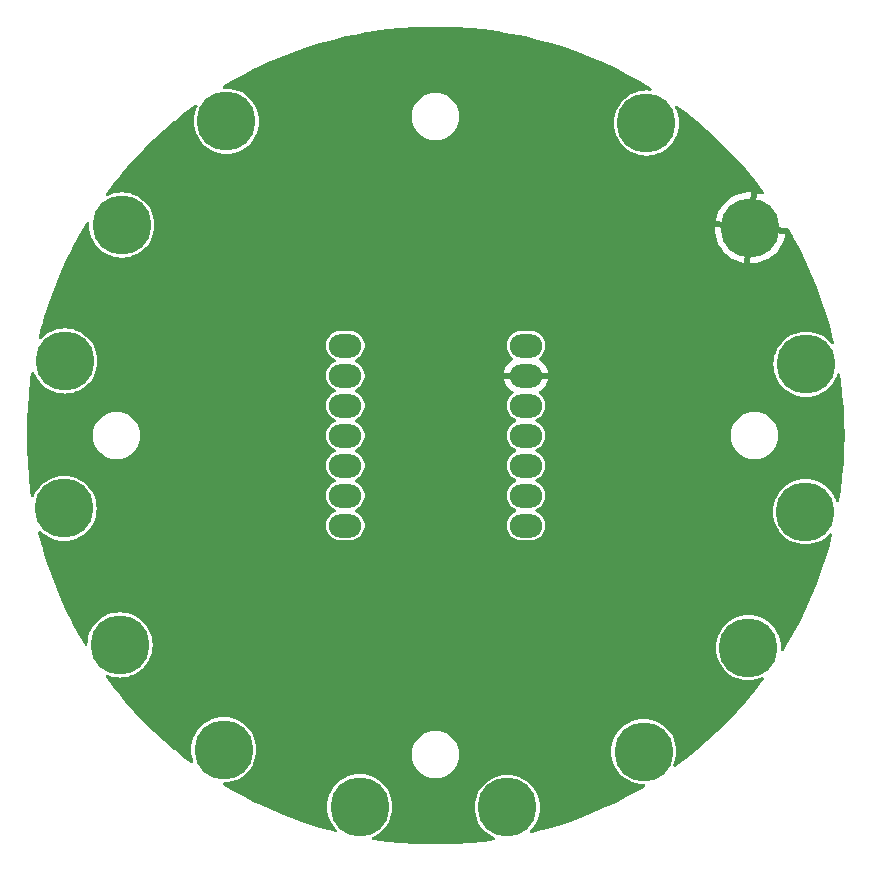
<source format=gbl>
%TF.GenerationSoftware,KiCad,Pcbnew,8.0.2-1*%
%TF.CreationDate,2024-05-14T17:19:14-06:00*%
%TF.ProjectId,seeeduino-xiao-breakout,73656565-6475-4696-9e6f-2d7869616f2d,rev?*%
%TF.SameCoordinates,Original*%
%TF.FileFunction,Copper,L2,Bot*%
%TF.FilePolarity,Positive*%
%FSLAX46Y46*%
G04 Gerber Fmt 4.6, Leading zero omitted, Abs format (unit mm)*
G04 Created by KiCad (PCBNEW 8.0.2-1) date 2024-05-14 17:19:14*
%MOMM*%
%LPD*%
G01*
G04 APERTURE LIST*
%TA.AperFunction,ComponentPad*%
%ADD10O,2.748280X1.998980*%
%TD*%
%TA.AperFunction,ComponentPad*%
%ADD11C,5.000000*%
%TD*%
%TA.AperFunction,ViaPad*%
%ADD12C,1.000000*%
%TD*%
G04 APERTURE END LIST*
D10*
X129755304Y-94032180D03*
X129755304Y-96572180D03*
X129755304Y-99112180D03*
X129755304Y-101652180D03*
X129755304Y-104192180D03*
X129755304Y-106732180D03*
X129755304Y-109272180D03*
X145055496Y-109272180D03*
X145055496Y-106732180D03*
X145055496Y-104192180D03*
X145055496Y-101652180D03*
X145055496Y-99112180D03*
X145055496Y-96572180D03*
X145055496Y-94032180D03*
D11*
X155251984Y-75195017D03*
X163887012Y-119618394D03*
X164042157Y-84062237D03*
X119695827Y-75039873D03*
X106000219Y-95344446D03*
X130978036Y-133081810D03*
X119463636Y-128253422D03*
X143463697Y-133136290D03*
X110828607Y-83830046D03*
X168715400Y-108103993D03*
X110673463Y-119386204D03*
X155019794Y-128408567D03*
X105945740Y-107830107D03*
X168769879Y-95618331D03*
D12*
X166733175Y-89499801D03*
X125249801Y-72316825D03*
X108066825Y-113800199D03*
X114949360Y-124100640D03*
X105650000Y-101650000D03*
X169150000Y-101650000D03*
X159850640Y-124100640D03*
X149550199Y-130983175D03*
X108066825Y-89499801D03*
X114949360Y-79199360D03*
X137400000Y-69900000D03*
X149550199Y-72316825D03*
X166733175Y-113800199D03*
X159850640Y-79199360D03*
X137400000Y-133400000D03*
X125249801Y-130983175D03*
%TA.AperFunction,Conductor*%
G36*
X137986886Y-67032509D02*
G01*
X139151492Y-67071866D01*
X139155674Y-67072078D01*
X140318337Y-67150748D01*
X140322545Y-67151104D01*
X141481853Y-67268995D01*
X141486043Y-67269492D01*
X142640723Y-67426471D01*
X142644911Y-67427113D01*
X143265951Y-67533018D01*
X143793572Y-67622992D01*
X143797755Y-67623778D01*
X144483679Y-67764739D01*
X144939169Y-67858345D01*
X144943317Y-67859271D01*
X146076155Y-68132253D01*
X146080268Y-68133318D01*
X147203264Y-68444411D01*
X147207260Y-68445591D01*
X148319151Y-68794449D01*
X148323167Y-68795785D01*
X149422596Y-69181981D01*
X149426525Y-69183436D01*
X150512320Y-69606558D01*
X150516190Y-69608142D01*
X151587070Y-70067693D01*
X151590949Y-70069436D01*
X152645638Y-70564865D01*
X152649410Y-70566715D01*
X153240327Y-70869061D01*
X153686783Y-71097493D01*
X153690539Y-71099495D01*
X154709403Y-71665010D01*
X154713055Y-71667118D01*
X155635159Y-72220468D01*
X155683276Y-72272670D01*
X155695533Y-72342601D01*
X155668037Y-72408057D01*
X155609518Y-72448256D01*
X155562717Y-72454277D01*
X155251987Y-72435482D01*
X155251983Y-72435482D01*
X154919361Y-72455601D01*
X154919358Y-72455602D01*
X154591586Y-72515668D01*
X154273431Y-72614809D01*
X153969574Y-72751564D01*
X153969568Y-72751567D01*
X153684389Y-72923963D01*
X153422072Y-73129476D01*
X153422066Y-73129481D01*
X153186448Y-73365099D01*
X153186443Y-73365105D01*
X152980930Y-73627422D01*
X152808534Y-73912601D01*
X152808531Y-73912607D01*
X152671776Y-74216464D01*
X152572635Y-74534619D01*
X152512569Y-74862391D01*
X152512568Y-74862394D01*
X152492449Y-75195015D01*
X152492449Y-75195018D01*
X152512568Y-75527639D01*
X152512569Y-75527642D01*
X152572635Y-75855414D01*
X152671776Y-76173569D01*
X152808531Y-76477426D01*
X152808534Y-76477432D01*
X152980930Y-76762611D01*
X153186443Y-77024928D01*
X153186448Y-77024934D01*
X153422066Y-77260552D01*
X153422072Y-77260557D01*
X153422074Y-77260559D01*
X153684389Y-77466070D01*
X153969564Y-77638464D01*
X153969566Y-77638465D01*
X153969568Y-77638466D01*
X153969574Y-77638469D01*
X154273431Y-77775224D01*
X154273435Y-77775225D01*
X154273439Y-77775227D01*
X154591584Y-77874365D01*
X154919359Y-77934432D01*
X155141109Y-77947845D01*
X155251983Y-77954552D01*
X155251984Y-77954552D01*
X155251985Y-77954552D01*
X155335140Y-77949522D01*
X155584609Y-77934432D01*
X155912384Y-77874365D01*
X156230529Y-77775227D01*
X156354970Y-77719221D01*
X156534393Y-77638469D01*
X156534393Y-77638468D01*
X156534404Y-77638464D01*
X156819579Y-77466070D01*
X157081894Y-77260559D01*
X157317526Y-77024927D01*
X157523037Y-76762612D01*
X157695431Y-76477437D01*
X157832194Y-76173562D01*
X157931332Y-75855417D01*
X157991399Y-75527642D01*
X158011519Y-75195017D01*
X157991399Y-74862392D01*
X157931332Y-74534617D01*
X157832194Y-74216472D01*
X157832192Y-74216468D01*
X157832191Y-74216464D01*
X157695436Y-73912607D01*
X157695434Y-73912604D01*
X157695431Y-73912597D01*
X157685814Y-73896688D01*
X157667690Y-73828048D01*
X157689555Y-73760502D01*
X157744466Y-73715499D01*
X157814991Y-73707328D01*
X157869074Y-73730579D01*
X158590940Y-74270097D01*
X158594305Y-74272702D01*
X159503584Y-75001424D01*
X159506860Y-75004142D01*
X160390993Y-75763146D01*
X160394175Y-75765972D01*
X161252181Y-76554414D01*
X161255266Y-76557346D01*
X162086165Y-77374328D01*
X162089149Y-77377363D01*
X162337346Y-77638466D01*
X162891986Y-78221946D01*
X162894830Y-78225042D01*
X163219177Y-78590197D01*
X163668689Y-79096265D01*
X163671461Y-79099494D01*
X164415440Y-79996340D01*
X164418102Y-79999662D01*
X165131355Y-80921108D01*
X165133903Y-80924517D01*
X165221007Y-81045261D01*
X165244639Y-81112209D01*
X165228325Y-81181306D01*
X165177244Y-81230614D01*
X165107615Y-81244478D01*
X165075727Y-81237378D01*
X164906331Y-81175723D01*
X164906326Y-81175722D01*
X164582657Y-81099010D01*
X164424698Y-82739470D01*
X164229785Y-82759097D01*
X164041409Y-82816689D01*
X163899576Y-82892899D01*
X164076619Y-81054237D01*
X163866958Y-81054237D01*
X163518942Y-81094914D01*
X163518936Y-81094915D01*
X163177987Y-81175722D01*
X163177982Y-81175723D01*
X162848739Y-81295558D01*
X162848734Y-81295560D01*
X162535606Y-81452819D01*
X162242858Y-81645362D01*
X161974447Y-81870585D01*
X161733991Y-82125453D01*
X161524753Y-82406508D01*
X161524743Y-82406524D01*
X161349555Y-82709958D01*
X161349552Y-82709963D01*
X161210774Y-83031689D01*
X161210772Y-83031695D01*
X161110277Y-83367368D01*
X161082989Y-83522125D01*
X161082990Y-83522126D01*
X162921510Y-83699154D01*
X162819636Y-83823841D01*
X162727158Y-83997767D01*
X162670700Y-84185353D01*
X161031083Y-84027477D01*
X161031082Y-84027478D01*
X161029059Y-84062236D01*
X161049431Y-84412025D01*
X161049431Y-84412031D01*
X161110277Y-84757105D01*
X161210772Y-85092778D01*
X161210774Y-85092784D01*
X161349552Y-85414510D01*
X161349555Y-85414515D01*
X161524743Y-85717949D01*
X161524753Y-85717965D01*
X161733991Y-85999020D01*
X161974447Y-86253888D01*
X162242858Y-86479111D01*
X162535606Y-86671654D01*
X162848734Y-86828913D01*
X162848739Y-86828915D01*
X163177982Y-86948750D01*
X163177987Y-86948751D01*
X163501656Y-87025462D01*
X163659613Y-85385003D01*
X163854529Y-85365377D01*
X164042905Y-85307785D01*
X164184735Y-85231575D01*
X164007694Y-87070236D01*
X164007694Y-87070237D01*
X164217356Y-87070237D01*
X164565371Y-87029559D01*
X164565377Y-87029558D01*
X164906326Y-86948751D01*
X164906331Y-86948750D01*
X165235574Y-86828915D01*
X165235579Y-86828913D01*
X165548707Y-86671654D01*
X165841455Y-86479111D01*
X166109866Y-86253888D01*
X166350322Y-85999020D01*
X166559560Y-85717965D01*
X166559570Y-85717949D01*
X166734758Y-85414515D01*
X166734761Y-85414510D01*
X166873539Y-85092784D01*
X166873541Y-85092778D01*
X166974036Y-84757104D01*
X166974036Y-84757103D01*
X167001324Y-84602346D01*
X165162805Y-84425317D01*
X165264678Y-84300633D01*
X165357156Y-84126707D01*
X165413613Y-83939117D01*
X167053229Y-84096994D01*
X167062090Y-84089405D01*
X167126838Y-84060280D01*
X167197053Y-84070784D01*
X167250443Y-84117582D01*
X167253178Y-84122098D01*
X167619798Y-84757103D01*
X167670993Y-84845774D01*
X167673059Y-84849495D01*
X168221287Y-85877769D01*
X168223225Y-85881558D01*
X168736388Y-86927711D01*
X168738198Y-86931564D01*
X169215748Y-87994481D01*
X169217426Y-87998392D01*
X169658787Y-89076790D01*
X169660333Y-89080756D01*
X170065048Y-90173518D01*
X170066458Y-90177533D01*
X170434015Y-91283284D01*
X170435289Y-91287345D01*
X170765290Y-92404872D01*
X170766427Y-92408974D01*
X171058507Y-93537052D01*
X171059504Y-93541190D01*
X171104608Y-93743296D01*
X171099924Y-93814138D01*
X171057683Y-93871201D01*
X170991297Y-93896369D01*
X170921843Y-93881650D01*
X170882448Y-93848446D01*
X170835426Y-93788426D01*
X170835414Y-93788413D01*
X170599796Y-93552795D01*
X170599790Y-93552790D01*
X170597270Y-93550816D01*
X170372788Y-93374945D01*
X170337473Y-93347277D01*
X170052294Y-93174881D01*
X170052288Y-93174878D01*
X169748431Y-93038123D01*
X169430276Y-92938982D01*
X169102504Y-92878916D01*
X169102501Y-92878915D01*
X168769880Y-92858796D01*
X168769878Y-92858796D01*
X168437256Y-92878915D01*
X168437253Y-92878916D01*
X168109481Y-92938982D01*
X167791326Y-93038123D01*
X167487469Y-93174878D01*
X167487463Y-93174881D01*
X167202284Y-93347277D01*
X166939967Y-93552790D01*
X166939961Y-93552795D01*
X166704343Y-93788413D01*
X166704338Y-93788419D01*
X166498825Y-94050736D01*
X166326429Y-94335915D01*
X166326426Y-94335921D01*
X166189671Y-94639778D01*
X166090530Y-94957933D01*
X166030464Y-95285705D01*
X166030463Y-95285708D01*
X166010344Y-95618329D01*
X166010344Y-95618332D01*
X166030463Y-95950953D01*
X166030464Y-95950956D01*
X166090530Y-96278728D01*
X166189671Y-96596883D01*
X166326426Y-96900740D01*
X166326429Y-96900746D01*
X166491831Y-97174356D01*
X166498826Y-97185926D01*
X166658004Y-97389102D01*
X166704338Y-97448242D01*
X166704343Y-97448248D01*
X166939961Y-97683866D01*
X166939967Y-97683871D01*
X166939969Y-97683873D01*
X167202284Y-97889384D01*
X167487459Y-98061778D01*
X167487461Y-98061779D01*
X167487463Y-98061780D01*
X167487469Y-98061783D01*
X167791326Y-98198538D01*
X167791330Y-98198539D01*
X167791334Y-98198541D01*
X168109479Y-98297679D01*
X168437254Y-98357746D01*
X168659004Y-98371159D01*
X168769878Y-98377866D01*
X168769879Y-98377866D01*
X168769880Y-98377866D01*
X168853035Y-98372836D01*
X169102504Y-98357746D01*
X169430279Y-98297679D01*
X169748424Y-98198541D01*
X169843638Y-98155689D01*
X170052288Y-98061783D01*
X170052288Y-98061782D01*
X170052299Y-98061778D01*
X170337474Y-97889384D01*
X170599789Y-97683873D01*
X170835421Y-97448241D01*
X171040932Y-97185926D01*
X171213326Y-96900751D01*
X171350089Y-96596876D01*
X171387093Y-96478123D01*
X171426454Y-96419040D01*
X171491512Y-96390615D01*
X171561610Y-96401875D01*
X171614493Y-96449245D01*
X171631934Y-96496531D01*
X171706590Y-96983857D01*
X171707163Y-96988075D01*
X171844610Y-98145177D01*
X171845041Y-98149411D01*
X171943334Y-99310532D01*
X171943621Y-99314778D01*
X172002639Y-100478522D01*
X172002783Y-100482776D01*
X172022464Y-101647872D01*
X172022464Y-101652128D01*
X172002783Y-102817223D01*
X172002639Y-102821477D01*
X171943621Y-103985221D01*
X171943334Y-103989467D01*
X171845041Y-105150588D01*
X171844610Y-105154822D01*
X171707163Y-106311924D01*
X171706590Y-106316142D01*
X171570605Y-107203808D01*
X171540518Y-107268114D01*
X171480441Y-107305946D01*
X171409447Y-107305292D01*
X171350077Y-107266360D01*
X171325763Y-107222213D01*
X171323062Y-107213545D01*
X171295610Y-107125448D01*
X171295608Y-107125443D01*
X171158852Y-106821583D01*
X171158849Y-106821577D01*
X171132532Y-106778044D01*
X170986453Y-106536398D01*
X170780942Y-106274083D01*
X170780940Y-106274081D01*
X170780935Y-106274075D01*
X170545317Y-106038457D01*
X170545311Y-106038452D01*
X170282994Y-105832939D01*
X169997815Y-105660543D01*
X169997809Y-105660540D01*
X169693952Y-105523785D01*
X169375797Y-105424644D01*
X169048025Y-105364578D01*
X169048022Y-105364577D01*
X168715401Y-105344458D01*
X168715399Y-105344458D01*
X168382777Y-105364577D01*
X168382774Y-105364578D01*
X168055002Y-105424644D01*
X167736847Y-105523785D01*
X167432990Y-105660540D01*
X167432984Y-105660543D01*
X167147805Y-105832939D01*
X166885488Y-106038452D01*
X166885482Y-106038457D01*
X166649864Y-106274075D01*
X166649859Y-106274081D01*
X166444346Y-106536398D01*
X166271950Y-106821577D01*
X166271947Y-106821583D01*
X166135192Y-107125440D01*
X166036051Y-107443595D01*
X165975985Y-107771367D01*
X165975984Y-107771370D01*
X165955865Y-108103991D01*
X165955865Y-108103994D01*
X165975984Y-108436615D01*
X165975985Y-108436618D01*
X166036051Y-108764390D01*
X166135192Y-109082545D01*
X166271947Y-109386402D01*
X166271950Y-109386408D01*
X166444346Y-109671587D01*
X166516645Y-109763869D01*
X166632733Y-109912045D01*
X166649859Y-109933904D01*
X166649864Y-109933910D01*
X166885482Y-110169528D01*
X166885488Y-110169533D01*
X166885490Y-110169535D01*
X167147805Y-110375046D01*
X167432980Y-110547440D01*
X167432982Y-110547441D01*
X167432984Y-110547442D01*
X167432990Y-110547445D01*
X167736847Y-110684200D01*
X167736851Y-110684201D01*
X167736855Y-110684203D01*
X168055000Y-110783341D01*
X168382775Y-110843408D01*
X168604525Y-110856821D01*
X168715399Y-110863528D01*
X168715400Y-110863528D01*
X168715401Y-110863528D01*
X168798556Y-110858498D01*
X169048025Y-110843408D01*
X169375800Y-110783341D01*
X169693945Y-110684203D01*
X169997820Y-110547440D01*
X170282995Y-110375046D01*
X170545310Y-110169535D01*
X170768776Y-109946068D01*
X170831087Y-109912045D01*
X170901902Y-109917109D01*
X170958738Y-109959656D01*
X170983549Y-110026176D01*
X170979848Y-110066747D01*
X170766427Y-110891025D01*
X170765290Y-110895127D01*
X170435289Y-112012654D01*
X170434015Y-112016715D01*
X170066458Y-113122466D01*
X170065048Y-113126481D01*
X169660333Y-114219243D01*
X169658787Y-114223209D01*
X169217426Y-115301607D01*
X169215748Y-115305518D01*
X168738198Y-116368435D01*
X168736388Y-116372288D01*
X168223225Y-117418441D01*
X168221287Y-117422230D01*
X167673059Y-118450504D01*
X167670993Y-118454225D01*
X167088378Y-119463342D01*
X167086188Y-119466991D01*
X166872121Y-119810430D01*
X166819113Y-119857660D01*
X166748986Y-119868734D01*
X166684003Y-119840137D01*
X166644798Y-119780947D01*
X166639422Y-119736176D01*
X166646547Y-119618394D01*
X166626427Y-119285769D01*
X166566360Y-118957994D01*
X166467222Y-118639849D01*
X166467220Y-118639845D01*
X166467219Y-118639841D01*
X166330464Y-118335984D01*
X166330461Y-118335978D01*
X166190101Y-118103794D01*
X166158065Y-118050799D01*
X165952554Y-117788484D01*
X165952552Y-117788482D01*
X165952547Y-117788476D01*
X165716929Y-117552858D01*
X165716923Y-117552853D01*
X165454606Y-117347340D01*
X165169427Y-117174944D01*
X165169421Y-117174941D01*
X164865564Y-117038186D01*
X164547409Y-116939045D01*
X164219637Y-116878979D01*
X164219634Y-116878978D01*
X163887013Y-116858859D01*
X163887011Y-116858859D01*
X163554389Y-116878978D01*
X163554386Y-116878979D01*
X163226614Y-116939045D01*
X162908459Y-117038186D01*
X162604602Y-117174941D01*
X162604596Y-117174944D01*
X162319417Y-117347340D01*
X162057100Y-117552853D01*
X162057094Y-117552858D01*
X161821476Y-117788476D01*
X161821471Y-117788482D01*
X161615958Y-118050799D01*
X161443562Y-118335978D01*
X161443559Y-118335984D01*
X161306804Y-118639841D01*
X161207663Y-118957996D01*
X161147597Y-119285768D01*
X161147596Y-119285771D01*
X161127477Y-119618392D01*
X161127477Y-119618395D01*
X161147596Y-119951016D01*
X161147597Y-119951019D01*
X161207663Y-120278791D01*
X161306804Y-120596946D01*
X161443559Y-120900803D01*
X161443562Y-120900809D01*
X161615958Y-121185988D01*
X161821471Y-121448305D01*
X161821476Y-121448311D01*
X162057094Y-121683929D01*
X162057100Y-121683934D01*
X162057102Y-121683936D01*
X162319417Y-121889447D01*
X162604592Y-122061841D01*
X162604594Y-122061842D01*
X162604596Y-122061843D01*
X162604602Y-122061846D01*
X162908459Y-122198601D01*
X162908463Y-122198602D01*
X162908467Y-122198604D01*
X163226612Y-122297742D01*
X163554387Y-122357809D01*
X163776137Y-122371222D01*
X163887011Y-122377929D01*
X163887012Y-122377929D01*
X163887013Y-122377929D01*
X163970168Y-122372899D01*
X164219637Y-122357809D01*
X164547412Y-122297742D01*
X164865557Y-122198604D01*
X165022490Y-122127973D01*
X165092818Y-122118256D01*
X165157236Y-122148103D01*
X165195291Y-122208039D01*
X165194901Y-122279034D01*
X165176388Y-122316589D01*
X165133903Y-122375482D01*
X165131355Y-122378891D01*
X164418102Y-123300337D01*
X164415440Y-123303659D01*
X163671461Y-124200505D01*
X163668689Y-124203734D01*
X162894848Y-125074938D01*
X162891968Y-125078072D01*
X162089149Y-125922636D01*
X162086165Y-125925671D01*
X161255266Y-126742653D01*
X161252181Y-126745585D01*
X160394175Y-127534027D01*
X160390993Y-127536853D01*
X159506860Y-128295857D01*
X159503584Y-128298575D01*
X158594305Y-129027297D01*
X158590940Y-129029902D01*
X157730302Y-129673137D01*
X157663762Y-129697897D01*
X157594400Y-129682752D01*
X157544236Y-129632511D01*
X157529198Y-129563126D01*
X157539969Y-129520502D01*
X157600004Y-129387112D01*
X157699142Y-129068967D01*
X157759209Y-128741192D01*
X157779329Y-128408567D01*
X157759209Y-128075942D01*
X157699142Y-127748167D01*
X157600004Y-127430022D01*
X157600002Y-127430018D01*
X157600001Y-127430014D01*
X157463246Y-127126157D01*
X157463243Y-127126151D01*
X157290847Y-126840972D01*
X157169298Y-126685827D01*
X157085336Y-126578657D01*
X157085334Y-126578655D01*
X157085329Y-126578649D01*
X156849711Y-126343031D01*
X156849705Y-126343026D01*
X156587388Y-126137513D01*
X156302209Y-125965117D01*
X156302203Y-125965114D01*
X155998346Y-125828359D01*
X155680191Y-125729218D01*
X155352419Y-125669152D01*
X155352416Y-125669151D01*
X155019795Y-125649032D01*
X155019793Y-125649032D01*
X154687171Y-125669151D01*
X154687168Y-125669152D01*
X154359396Y-125729218D01*
X154041241Y-125828359D01*
X153737384Y-125965114D01*
X153737378Y-125965117D01*
X153452199Y-126137513D01*
X153189882Y-126343026D01*
X153189876Y-126343031D01*
X152954258Y-126578649D01*
X152954253Y-126578655D01*
X152748740Y-126840972D01*
X152576344Y-127126151D01*
X152576341Y-127126157D01*
X152439586Y-127430014D01*
X152340445Y-127748169D01*
X152280379Y-128075941D01*
X152280378Y-128075944D01*
X152260259Y-128408565D01*
X152260259Y-128408568D01*
X152280378Y-128741189D01*
X152280379Y-128741192D01*
X152340445Y-129068964D01*
X152439586Y-129387119D01*
X152576341Y-129690976D01*
X152576344Y-129690982D01*
X152748740Y-129976161D01*
X152954253Y-130238478D01*
X152954258Y-130238484D01*
X153189876Y-130474102D01*
X153189882Y-130474107D01*
X153189884Y-130474109D01*
X153452199Y-130679620D01*
X153737374Y-130852014D01*
X153737376Y-130852015D01*
X153737378Y-130852016D01*
X153737384Y-130852019D01*
X154041241Y-130988774D01*
X154041245Y-130988775D01*
X154041249Y-130988777D01*
X154359394Y-131087915D01*
X154687169Y-131147982D01*
X155019794Y-131168102D01*
X155026138Y-131167718D01*
X155095342Y-131183569D01*
X155144991Y-131234319D01*
X155159321Y-131303854D01*
X155133782Y-131370098D01*
X155098582Y-131401528D01*
X154713072Y-131632871D01*
X154709386Y-131634999D01*
X153690539Y-132200504D01*
X153686783Y-132202506D01*
X152649434Y-132733272D01*
X152645613Y-132735146D01*
X151590952Y-133230561D01*
X151587070Y-133232306D01*
X150516224Y-133691843D01*
X150512285Y-133693455D01*
X149426556Y-134116551D01*
X149422565Y-134118029D01*
X148323179Y-134504210D01*
X148319140Y-134505553D01*
X147207303Y-134854395D01*
X147203221Y-134855600D01*
X146080268Y-135166681D01*
X146076148Y-135167748D01*
X145525108Y-135300533D01*
X145454197Y-135297046D01*
X145396428Y-135255775D01*
X145370142Y-135189823D01*
X145383686Y-135120131D01*
X145406492Y-135088946D01*
X145529239Y-134966200D01*
X145734750Y-134703885D01*
X145907144Y-134418710D01*
X145907149Y-134418699D01*
X146043904Y-134114842D01*
X146043904Y-134114840D01*
X146043907Y-134114835D01*
X146143045Y-133796690D01*
X146203112Y-133468915D01*
X146223232Y-133136290D01*
X146219936Y-133081808D01*
X146203112Y-132803667D01*
X146203112Y-132803665D01*
X146143045Y-132475890D01*
X146043907Y-132157745D01*
X146043905Y-132157741D01*
X146043904Y-132157737D01*
X145907149Y-131853880D01*
X145907146Y-131853874D01*
X145874215Y-131799400D01*
X145734750Y-131568695D01*
X145529239Y-131306380D01*
X145529237Y-131306378D01*
X145529232Y-131306372D01*
X145293614Y-131070754D01*
X145293608Y-131070749D01*
X145224068Y-131016268D01*
X145031292Y-130865237D01*
X145031293Y-130865237D01*
X145031291Y-130865236D01*
X144746112Y-130692840D01*
X144746106Y-130692837D01*
X144442249Y-130556082D01*
X144124094Y-130456941D01*
X143796322Y-130396875D01*
X143796319Y-130396874D01*
X143463698Y-130376755D01*
X143463696Y-130376755D01*
X143131074Y-130396874D01*
X143131071Y-130396875D01*
X142803299Y-130456941D01*
X142485144Y-130556082D01*
X142181287Y-130692837D01*
X142181281Y-130692840D01*
X141896102Y-130865236D01*
X141633785Y-131070749D01*
X141633779Y-131070754D01*
X141398161Y-131306372D01*
X141398156Y-131306378D01*
X141192643Y-131568695D01*
X141020247Y-131853874D01*
X141020244Y-131853880D01*
X140883489Y-132157737D01*
X140784348Y-132475892D01*
X140724282Y-132803664D01*
X140724281Y-132803667D01*
X140704162Y-133136288D01*
X140704162Y-133136291D01*
X140724281Y-133468912D01*
X140724282Y-133468915D01*
X140784348Y-133796687D01*
X140883489Y-134114842D01*
X141020244Y-134418699D01*
X141020247Y-134418705D01*
X141192643Y-134703884D01*
X141398156Y-134966201D01*
X141398161Y-134966207D01*
X141633779Y-135201825D01*
X141633785Y-135201830D01*
X141633787Y-135201832D01*
X141896102Y-135407343D01*
X142181277Y-135579737D01*
X142388141Y-135672839D01*
X142442049Y-135719035D01*
X142462425Y-135787045D01*
X142442798Y-135855274D01*
X142389398Y-135902061D01*
X142353401Y-135912588D01*
X141486062Y-136030503D01*
X141481835Y-136031006D01*
X140322562Y-136148893D01*
X140318321Y-136149252D01*
X139155708Y-136227919D01*
X139151458Y-136228134D01*
X137986887Y-136267490D01*
X137982631Y-136267562D01*
X136817369Y-136267562D01*
X136813113Y-136267490D01*
X135648541Y-136228134D01*
X135644291Y-136227919D01*
X134481678Y-136149252D01*
X134477437Y-136148893D01*
X133318164Y-136031006D01*
X133313937Y-136030504D01*
X132159286Y-135873529D01*
X132155079Y-135872884D01*
X132078774Y-135859872D01*
X132014985Y-135828704D01*
X131978174Y-135767996D01*
X131980027Y-135697024D01*
X132019956Y-135638320D01*
X132048235Y-135620769D01*
X132260456Y-135525257D01*
X132545631Y-135352863D01*
X132807946Y-135147352D01*
X133043578Y-134911720D01*
X133249089Y-134649405D01*
X133421483Y-134364230D01*
X133421488Y-134364219D01*
X133558243Y-134060362D01*
X133558243Y-134060360D01*
X133558246Y-134060355D01*
X133657384Y-133742210D01*
X133717451Y-133414435D01*
X133737571Y-133081810D01*
X133717451Y-132749185D01*
X133657384Y-132421410D01*
X133558246Y-132103265D01*
X133558244Y-132103261D01*
X133558243Y-132103257D01*
X133421488Y-131799400D01*
X133421485Y-131799394D01*
X133249089Y-131514215D01*
X133043576Y-131251898D01*
X133043571Y-131251892D01*
X132807953Y-131016274D01*
X132807947Y-131016269D01*
X132778038Y-130992837D01*
X132676788Y-130913512D01*
X132545630Y-130810756D01*
X132260451Y-130638360D01*
X132260445Y-130638357D01*
X131956588Y-130501602D01*
X131638433Y-130402461D01*
X131310661Y-130342395D01*
X131310658Y-130342394D01*
X130978037Y-130322275D01*
X130978035Y-130322275D01*
X130645413Y-130342394D01*
X130645410Y-130342395D01*
X130317638Y-130402461D01*
X129999483Y-130501602D01*
X129695626Y-130638357D01*
X129695620Y-130638360D01*
X129410441Y-130810756D01*
X129148124Y-131016269D01*
X129148118Y-131016274D01*
X128912500Y-131251892D01*
X128912495Y-131251898D01*
X128706982Y-131514215D01*
X128534586Y-131799394D01*
X128534583Y-131799400D01*
X128397828Y-132103257D01*
X128298687Y-132421412D01*
X128238621Y-132749184D01*
X128238620Y-132749187D01*
X128218501Y-133081808D01*
X128218501Y-133081811D01*
X128238620Y-133414432D01*
X128238621Y-133414435D01*
X128298687Y-133742207D01*
X128397828Y-134060362D01*
X128534583Y-134364219D01*
X128534586Y-134364225D01*
X128706982Y-134649404D01*
X128912495Y-134911721D01*
X128912500Y-134911727D01*
X128993273Y-134992500D01*
X129027299Y-135054812D01*
X129022234Y-135125627D01*
X128979687Y-135182463D01*
X128913167Y-135207274D01*
X128874660Y-135204089D01*
X128723851Y-135167748D01*
X128719731Y-135166681D01*
X127596778Y-134855600D01*
X127592696Y-134854395D01*
X126480859Y-134505553D01*
X126476820Y-134504210D01*
X125377434Y-134118029D01*
X125373443Y-134116551D01*
X124287714Y-133693455D01*
X124283775Y-133691843D01*
X123212929Y-133232306D01*
X123209047Y-133230561D01*
X122154386Y-132735146D01*
X122150565Y-132733272D01*
X121113216Y-132202506D01*
X121109460Y-132200504D01*
X120090613Y-131634999D01*
X120086927Y-131632871D01*
X119440124Y-131244727D01*
X119392006Y-131192524D01*
X119379749Y-131122593D01*
X119407245Y-131057137D01*
X119465764Y-131016938D01*
X119497346Y-131010917D01*
X119796261Y-130992837D01*
X120124036Y-130932770D01*
X120442181Y-130833632D01*
X120493010Y-130810756D01*
X120746045Y-130696874D01*
X120746045Y-130696873D01*
X120746056Y-130696869D01*
X121031231Y-130524475D01*
X121293546Y-130318964D01*
X121529178Y-130083332D01*
X121734689Y-129821017D01*
X121907083Y-129535842D01*
X121961285Y-129415411D01*
X122043843Y-129231974D01*
X122043845Y-129231969D01*
X122043846Y-129231967D01*
X122142984Y-128913822D01*
X122203051Y-128586047D01*
X122207114Y-128518878D01*
X135399500Y-128518878D01*
X135399500Y-128781121D01*
X135433728Y-129041108D01*
X135433729Y-129041114D01*
X135433730Y-129041116D01*
X135501602Y-129294419D01*
X135601957Y-129536697D01*
X135601958Y-129536698D01*
X135601963Y-129536709D01*
X135733073Y-129763799D01*
X135733077Y-129763805D01*
X135892710Y-129971842D01*
X135892729Y-129971863D01*
X136078136Y-130157270D01*
X136078157Y-130157289D01*
X136286194Y-130316922D01*
X136286200Y-130316926D01*
X136513290Y-130448036D01*
X136513294Y-130448037D01*
X136513303Y-130448043D01*
X136755581Y-130548398D01*
X137008884Y-130616270D01*
X137008890Y-130616270D01*
X137008891Y-130616271D01*
X137033900Y-130619563D01*
X137268880Y-130650500D01*
X137268887Y-130650500D01*
X137531113Y-130650500D01*
X137531120Y-130650500D01*
X137791116Y-130616270D01*
X138044419Y-130548398D01*
X138286697Y-130448043D01*
X138513803Y-130316924D01*
X138721851Y-130157282D01*
X138907282Y-129971851D01*
X139066924Y-129763803D01*
X139198043Y-129536697D01*
X139298398Y-129294419D01*
X139366270Y-129041116D01*
X139400500Y-128781120D01*
X139400500Y-128518880D01*
X139366270Y-128258884D01*
X139298398Y-128005581D01*
X139198043Y-127763303D01*
X139198037Y-127763294D01*
X139198036Y-127763290D01*
X139066926Y-127536200D01*
X139066922Y-127536194D01*
X138907289Y-127328157D01*
X138907270Y-127328136D01*
X138721863Y-127142729D01*
X138721842Y-127142710D01*
X138513805Y-126983077D01*
X138513799Y-126983073D01*
X138286709Y-126851963D01*
X138286701Y-126851959D01*
X138286697Y-126851957D01*
X138044419Y-126751602D01*
X137791116Y-126683730D01*
X137791114Y-126683729D01*
X137791108Y-126683728D01*
X137531121Y-126649500D01*
X137531120Y-126649500D01*
X137268880Y-126649500D01*
X137268878Y-126649500D01*
X137008891Y-126683728D01*
X136755581Y-126751602D01*
X136513301Y-126851958D01*
X136513290Y-126851963D01*
X136286200Y-126983073D01*
X136286194Y-126983077D01*
X136078157Y-127142710D01*
X136078136Y-127142729D01*
X135892729Y-127328136D01*
X135892710Y-127328157D01*
X135733077Y-127536194D01*
X135733073Y-127536200D01*
X135601963Y-127763290D01*
X135601958Y-127763301D01*
X135501602Y-128005581D01*
X135433728Y-128258891D01*
X135399500Y-128518878D01*
X122207114Y-128518878D01*
X122223171Y-128253422D01*
X122203051Y-127920797D01*
X122142984Y-127593022D01*
X122043846Y-127274877D01*
X122043844Y-127274873D01*
X122043843Y-127274869D01*
X121907088Y-126971012D01*
X121907085Y-126971006D01*
X121835121Y-126851963D01*
X121734689Y-126685827D01*
X121529178Y-126423512D01*
X121529176Y-126423510D01*
X121529171Y-126423504D01*
X121293553Y-126187886D01*
X121293547Y-126187881D01*
X121031230Y-125982368D01*
X120746051Y-125809972D01*
X120746045Y-125809969D01*
X120442188Y-125673214D01*
X120124033Y-125574073D01*
X119796261Y-125514007D01*
X119796258Y-125514006D01*
X119463637Y-125493887D01*
X119463635Y-125493887D01*
X119131013Y-125514006D01*
X119131010Y-125514007D01*
X118803238Y-125574073D01*
X118485083Y-125673214D01*
X118181226Y-125809969D01*
X118181220Y-125809972D01*
X117896041Y-125982368D01*
X117633724Y-126187881D01*
X117633718Y-126187886D01*
X117398100Y-126423504D01*
X117398095Y-126423510D01*
X117192582Y-126685827D01*
X117020186Y-126971006D01*
X117020183Y-126971012D01*
X116883428Y-127274869D01*
X116784287Y-127593024D01*
X116724221Y-127920796D01*
X116724220Y-127920799D01*
X116704101Y-128253420D01*
X116704101Y-128253423D01*
X116724220Y-128586044D01*
X116724221Y-128586047D01*
X116759969Y-128781121D01*
X116784288Y-128913822D01*
X116823954Y-129041116D01*
X116883427Y-129231969D01*
X116888217Y-129242613D01*
X116897931Y-129312942D01*
X116868081Y-129377358D01*
X116808143Y-129415411D01*
X116737148Y-129415018D01*
X116697883Y-129395246D01*
X116687009Y-129387119D01*
X116209059Y-129029902D01*
X116205694Y-129027297D01*
X115296415Y-128298575D01*
X115293139Y-128295857D01*
X114409006Y-127536853D01*
X114405824Y-127534027D01*
X113547818Y-126745585D01*
X113544733Y-126742653D01*
X112713834Y-125925671D01*
X112710850Y-125922636D01*
X112073776Y-125252435D01*
X111908011Y-125078050D01*
X111905171Y-125074960D01*
X111518230Y-124639336D01*
X111131310Y-124203734D01*
X111128538Y-124200505D01*
X110384559Y-123303659D01*
X110381897Y-123300337D01*
X109668644Y-122378891D01*
X109666096Y-122375482D01*
X109490738Y-122132399D01*
X109467106Y-122065451D01*
X109483420Y-121996354D01*
X109534501Y-121947046D01*
X109604131Y-121933182D01*
X109644635Y-121943783D01*
X109694918Y-121966414D01*
X110013063Y-122065552D01*
X110340838Y-122125619D01*
X110562588Y-122139032D01*
X110673462Y-122145739D01*
X110673463Y-122145739D01*
X110673464Y-122145739D01*
X110756619Y-122140709D01*
X111006088Y-122125619D01*
X111333863Y-122065552D01*
X111652008Y-121966414D01*
X111725847Y-121933182D01*
X111955872Y-121829656D01*
X111955872Y-121829655D01*
X111955883Y-121829651D01*
X112241058Y-121657257D01*
X112503373Y-121451746D01*
X112739005Y-121216114D01*
X112944516Y-120953799D01*
X113116910Y-120668624D01*
X113253673Y-120364749D01*
X113352811Y-120046604D01*
X113412878Y-119718829D01*
X113432998Y-119386204D01*
X113412878Y-119053579D01*
X113352811Y-118725804D01*
X113253673Y-118407659D01*
X113253671Y-118407655D01*
X113253670Y-118407651D01*
X113116915Y-118103794D01*
X113116912Y-118103788D01*
X113084879Y-118050799D01*
X112944516Y-117818609D01*
X112739005Y-117556294D01*
X112739003Y-117556292D01*
X112738998Y-117556286D01*
X112503380Y-117320668D01*
X112503374Y-117320663D01*
X112241057Y-117115150D01*
X111955878Y-116942754D01*
X111955872Y-116942751D01*
X111652015Y-116805996D01*
X111333860Y-116706855D01*
X111006088Y-116646789D01*
X111006085Y-116646788D01*
X110673464Y-116626669D01*
X110673462Y-116626669D01*
X110340840Y-116646788D01*
X110340837Y-116646789D01*
X110013065Y-116706855D01*
X109694910Y-116805996D01*
X109391053Y-116942751D01*
X109391047Y-116942754D01*
X109105868Y-117115150D01*
X108843551Y-117320663D01*
X108843545Y-117320668D01*
X108607927Y-117556286D01*
X108607922Y-117556292D01*
X108402409Y-117818609D01*
X108230013Y-118103788D01*
X108230010Y-118103794D01*
X108093255Y-118407651D01*
X107994114Y-118725806D01*
X107934048Y-119053578D01*
X107934047Y-119053581D01*
X107915827Y-119354806D01*
X107891748Y-119421595D01*
X107835383Y-119464763D01*
X107764628Y-119470605D01*
X107701945Y-119437267D01*
X107680938Y-119410198D01*
X107285804Y-118725806D01*
X107128988Y-118454192D01*
X107126958Y-118450537D01*
X106648354Y-117552853D01*
X106578712Y-117422230D01*
X106576774Y-117418441D01*
X106063611Y-116372288D01*
X106061801Y-116368435D01*
X105584251Y-115305518D01*
X105582573Y-115301607D01*
X105141212Y-114223209D01*
X105139666Y-114219243D01*
X104734951Y-113126481D01*
X104733541Y-113122466D01*
X104365984Y-112016715D01*
X104364710Y-112012654D01*
X104034709Y-110895127D01*
X104033572Y-110891025D01*
X103980021Y-110684200D01*
X103772976Y-109884544D01*
X103775265Y-109813587D01*
X103815554Y-109755129D01*
X103881052Y-109727733D01*
X103950964Y-109740097D01*
X103984049Y-109763869D01*
X104115822Y-109895642D01*
X104115828Y-109895647D01*
X104115830Y-109895649D01*
X104378145Y-110101160D01*
X104663320Y-110273554D01*
X104663322Y-110273555D01*
X104663324Y-110273556D01*
X104663330Y-110273559D01*
X104967187Y-110410314D01*
X104967191Y-110410315D01*
X104967195Y-110410317D01*
X105285340Y-110509455D01*
X105613115Y-110569522D01*
X105834865Y-110582935D01*
X105945739Y-110589642D01*
X105945740Y-110589642D01*
X105945741Y-110589642D01*
X106028896Y-110584612D01*
X106278365Y-110569522D01*
X106606140Y-110509455D01*
X106924285Y-110410317D01*
X107070105Y-110344689D01*
X107228149Y-110273559D01*
X107228149Y-110273558D01*
X107228160Y-110273554D01*
X107513335Y-110101160D01*
X107775650Y-109895649D01*
X108011282Y-109660017D01*
X108216793Y-109397702D01*
X108389187Y-109112527D01*
X108525950Y-108808652D01*
X108625088Y-108490507D01*
X108685155Y-108162732D01*
X108705275Y-107830107D01*
X108703737Y-107804688D01*
X108688277Y-107549100D01*
X108685155Y-107497482D01*
X108625088Y-107169707D01*
X108525950Y-106851562D01*
X108525948Y-106851558D01*
X108525947Y-106851554D01*
X108389192Y-106547697D01*
X108389189Y-106547691D01*
X108382362Y-106536398D01*
X108216793Y-106262512D01*
X108011282Y-106000197D01*
X108011280Y-106000195D01*
X108011275Y-106000189D01*
X107775657Y-105764571D01*
X107775651Y-105764566D01*
X107513334Y-105559053D01*
X107228155Y-105386657D01*
X107228149Y-105386654D01*
X106924292Y-105249899D01*
X106606137Y-105150758D01*
X106278365Y-105090692D01*
X106278362Y-105090691D01*
X105945741Y-105070572D01*
X105945739Y-105070572D01*
X105613117Y-105090691D01*
X105613114Y-105090692D01*
X105285342Y-105150758D01*
X104967187Y-105249899D01*
X104663330Y-105386654D01*
X104663324Y-105386657D01*
X104378145Y-105559053D01*
X104115828Y-105764566D01*
X104115822Y-105764571D01*
X103880204Y-106000189D01*
X103880199Y-106000195D01*
X103674686Y-106262512D01*
X103502290Y-106547691D01*
X103502287Y-106547697D01*
X103398617Y-106778044D01*
X103352420Y-106831954D01*
X103284410Y-106852330D01*
X103216180Y-106832702D01*
X103169394Y-106779303D01*
X103159171Y-106745412D01*
X103093402Y-106316096D01*
X103092841Y-106311964D01*
X102955388Y-105154818D01*
X102954958Y-105150588D01*
X102954796Y-105148670D01*
X102856662Y-103989425D01*
X102856380Y-103985263D01*
X102797359Y-102821469D01*
X102797216Y-102817223D01*
X102792478Y-102536709D01*
X102777535Y-101652072D01*
X102777535Y-101647927D01*
X102779715Y-101518878D01*
X108399500Y-101518878D01*
X108399500Y-101781121D01*
X108433728Y-102041108D01*
X108433729Y-102041114D01*
X108433730Y-102041116D01*
X108501602Y-102294419D01*
X108601957Y-102536697D01*
X108601958Y-102536698D01*
X108601963Y-102536709D01*
X108733073Y-102763799D01*
X108733077Y-102763805D01*
X108892710Y-102971842D01*
X108892729Y-102971863D01*
X109078136Y-103157270D01*
X109078157Y-103157289D01*
X109286194Y-103316922D01*
X109286200Y-103316926D01*
X109513290Y-103448036D01*
X109513294Y-103448037D01*
X109513303Y-103448043D01*
X109755581Y-103548398D01*
X110008884Y-103616270D01*
X110008890Y-103616270D01*
X110008891Y-103616271D01*
X110033900Y-103619563D01*
X110268880Y-103650500D01*
X110268887Y-103650500D01*
X110531113Y-103650500D01*
X110531120Y-103650500D01*
X110791116Y-103616270D01*
X111044419Y-103548398D01*
X111286697Y-103448043D01*
X111513803Y-103316924D01*
X111721851Y-103157282D01*
X111907282Y-102971851D01*
X112066924Y-102763803D01*
X112198043Y-102536697D01*
X112298398Y-102294419D01*
X112366270Y-102041116D01*
X112400500Y-101781120D01*
X112400500Y-101518880D01*
X112366270Y-101258884D01*
X112298398Y-101005581D01*
X112198043Y-100763303D01*
X112198037Y-100763294D01*
X112198036Y-100763290D01*
X112066926Y-100536200D01*
X112066922Y-100536194D01*
X111907289Y-100328157D01*
X111907270Y-100328136D01*
X111721863Y-100142729D01*
X111721842Y-100142710D01*
X111513805Y-99983077D01*
X111513799Y-99983073D01*
X111286709Y-99851963D01*
X111286701Y-99851959D01*
X111286697Y-99851957D01*
X111044419Y-99751602D01*
X110791116Y-99683730D01*
X110791114Y-99683729D01*
X110791108Y-99683728D01*
X110531121Y-99649500D01*
X110531120Y-99649500D01*
X110268880Y-99649500D01*
X110268878Y-99649500D01*
X110008891Y-99683728D01*
X109755581Y-99751602D01*
X109513301Y-99851958D01*
X109513290Y-99851963D01*
X109286200Y-99983073D01*
X109286194Y-99983077D01*
X109078157Y-100142710D01*
X109078136Y-100142729D01*
X108892729Y-100328136D01*
X108892710Y-100328157D01*
X108733077Y-100536194D01*
X108733073Y-100536200D01*
X108601963Y-100763290D01*
X108601958Y-100763301D01*
X108601957Y-100763303D01*
X108506008Y-100994945D01*
X108501602Y-101005581D01*
X108433728Y-101258891D01*
X108399500Y-101518878D01*
X102779715Y-101518878D01*
X102797216Y-100482765D01*
X102797360Y-100478522D01*
X102807717Y-100274298D01*
X102856381Y-99314732D01*
X102856661Y-99310578D01*
X102954959Y-98149393D01*
X102955389Y-98145177D01*
X102958261Y-98120998D01*
X103092842Y-96988027D01*
X103093401Y-96983911D01*
X103187343Y-96370687D01*
X103217430Y-96306383D01*
X103277507Y-96268551D01*
X103348501Y-96269205D01*
X103407871Y-96308137D01*
X103426789Y-96338057D01*
X103556766Y-96626855D01*
X103556769Y-96626861D01*
X103729165Y-96912040D01*
X103785430Y-96983857D01*
X103916264Y-97150854D01*
X103934678Y-97174357D01*
X103934683Y-97174363D01*
X104170301Y-97409981D01*
X104170307Y-97409986D01*
X104170309Y-97409988D01*
X104432624Y-97615499D01*
X104717799Y-97787893D01*
X104717801Y-97787894D01*
X104717803Y-97787895D01*
X104717809Y-97787898D01*
X105021666Y-97924653D01*
X105021670Y-97924654D01*
X105021674Y-97924656D01*
X105339819Y-98023794D01*
X105667594Y-98083861D01*
X105861515Y-98095591D01*
X106000218Y-98103981D01*
X106000219Y-98103981D01*
X106000220Y-98103981D01*
X106138906Y-98095592D01*
X106332844Y-98083861D01*
X106660619Y-98023794D01*
X106978764Y-97924656D01*
X107020570Y-97905841D01*
X107282628Y-97787898D01*
X107282628Y-97787897D01*
X107282639Y-97787893D01*
X107567814Y-97615499D01*
X107830129Y-97409988D01*
X108065761Y-97174356D01*
X108271272Y-96912041D01*
X108443666Y-96626866D01*
X108502325Y-96496531D01*
X108580426Y-96322998D01*
X108580426Y-96322996D01*
X108580429Y-96322991D01*
X108679567Y-96004846D01*
X108739634Y-95677071D01*
X108758468Y-95365699D01*
X108759754Y-95344447D01*
X108759754Y-95344444D01*
X108739634Y-95011823D01*
X108739634Y-95011821D01*
X108679567Y-94684046D01*
X108580429Y-94365901D01*
X108580427Y-94365897D01*
X108580426Y-94365893D01*
X108443671Y-94062036D01*
X108443668Y-94062030D01*
X108365964Y-93933492D01*
X108365962Y-93933489D01*
X128126664Y-93933489D01*
X128126664Y-94130871D01*
X128157541Y-94325823D01*
X128218536Y-94513545D01*
X128218537Y-94513548D01*
X128218539Y-94513552D01*
X128308145Y-94689414D01*
X128424165Y-94849102D01*
X128563731Y-94988668D01*
X128595601Y-95011823D01*
X128723420Y-95104689D01*
X128890683Y-95189913D01*
X128942298Y-95238661D01*
X128959364Y-95307576D01*
X128936463Y-95374778D01*
X128890683Y-95414447D01*
X128723416Y-95499673D01*
X128563731Y-95615691D01*
X128424165Y-95755257D01*
X128308145Y-95914945D01*
X128218539Y-96090807D01*
X128218536Y-96090816D01*
X128160786Y-96268551D01*
X128157541Y-96278537D01*
X128126664Y-96473489D01*
X128126664Y-96670871D01*
X128157541Y-96865823D01*
X128218536Y-97053545D01*
X128218537Y-97053548D01*
X128218539Y-97053552D01*
X128308145Y-97229414D01*
X128424165Y-97389102D01*
X128563731Y-97528668D01*
X128563734Y-97528670D01*
X128723420Y-97644689D01*
X128875200Y-97722024D01*
X128890683Y-97729913D01*
X128942298Y-97778661D01*
X128959364Y-97847576D01*
X128936463Y-97914778D01*
X128890683Y-97954447D01*
X128723416Y-98039673D01*
X128563731Y-98155691D01*
X128424165Y-98295257D01*
X128308145Y-98454945D01*
X128218539Y-98630807D01*
X128218536Y-98630813D01*
X128218536Y-98630815D01*
X128157541Y-98818537D01*
X128126664Y-99013489D01*
X128126664Y-99210871D01*
X128157541Y-99405823D01*
X128218536Y-99593545D01*
X128218537Y-99593548D01*
X128218539Y-99593552D01*
X128308145Y-99769414D01*
X128424165Y-99929102D01*
X128563731Y-100068668D01*
X128563734Y-100068670D01*
X128723420Y-100184689D01*
X128890683Y-100269913D01*
X128942298Y-100318661D01*
X128959364Y-100387576D01*
X128936463Y-100454778D01*
X128890683Y-100494447D01*
X128723416Y-100579673D01*
X128563731Y-100695691D01*
X128424165Y-100835257D01*
X128308145Y-100994945D01*
X128218539Y-101170807D01*
X128218536Y-101170813D01*
X128218536Y-101170815D01*
X128157541Y-101358537D01*
X128126664Y-101553489D01*
X128126664Y-101750871D01*
X128157541Y-101945823D01*
X128218536Y-102133545D01*
X128218537Y-102133548D01*
X128218539Y-102133552D01*
X128308145Y-102309414D01*
X128424165Y-102469102D01*
X128563731Y-102608668D01*
X128563734Y-102608670D01*
X128723420Y-102724689D01*
X128890683Y-102809913D01*
X128942298Y-102858661D01*
X128959364Y-102927576D01*
X128936463Y-102994778D01*
X128890683Y-103034447D01*
X128723416Y-103119673D01*
X128563731Y-103235691D01*
X128424165Y-103375257D01*
X128308145Y-103534945D01*
X128218539Y-103710807D01*
X128218536Y-103710813D01*
X128218536Y-103710815D01*
X128157541Y-103898537D01*
X128126664Y-104093489D01*
X128126664Y-104290871D01*
X128157541Y-104485823D01*
X128218536Y-104673545D01*
X128218537Y-104673548D01*
X128218539Y-104673552D01*
X128308145Y-104849414D01*
X128424165Y-105009102D01*
X128563731Y-105148668D01*
X128563734Y-105148670D01*
X128723420Y-105264689D01*
X128879977Y-105344458D01*
X128890683Y-105349913D01*
X128942298Y-105398661D01*
X128959364Y-105467576D01*
X128936463Y-105534778D01*
X128890683Y-105574447D01*
X128723416Y-105659673D01*
X128563731Y-105775691D01*
X128424165Y-105915257D01*
X128308145Y-106074945D01*
X128218539Y-106250807D01*
X128218536Y-106250813D01*
X128218536Y-106250815D01*
X128157541Y-106438537D01*
X128126664Y-106633489D01*
X128126664Y-106830871D01*
X128157541Y-107025823D01*
X128218536Y-107213545D01*
X128218537Y-107213548D01*
X128218539Y-107213552D01*
X128308145Y-107389414D01*
X128424165Y-107549102D01*
X128563731Y-107688668D01*
X128563734Y-107688670D01*
X128723420Y-107804689D01*
X128890683Y-107889913D01*
X128942298Y-107938661D01*
X128959364Y-108007576D01*
X128936463Y-108074778D01*
X128890683Y-108114447D01*
X128723416Y-108199673D01*
X128563731Y-108315691D01*
X128424165Y-108455257D01*
X128308145Y-108614945D01*
X128218539Y-108790807D01*
X128218536Y-108790813D01*
X128218536Y-108790815D01*
X128157541Y-108978537D01*
X128126664Y-109173489D01*
X128126664Y-109370871D01*
X128157541Y-109565823D01*
X128218536Y-109753545D01*
X128218537Y-109753548D01*
X128218539Y-109753552D01*
X128308145Y-109929414D01*
X128424165Y-110089102D01*
X128563731Y-110228668D01*
X128563734Y-110228670D01*
X128723420Y-110344689D01*
X128899289Y-110434298D01*
X129087011Y-110495293D01*
X129281963Y-110526170D01*
X129281966Y-110526170D01*
X130228642Y-110526170D01*
X130228645Y-110526170D01*
X130423597Y-110495293D01*
X130611319Y-110434298D01*
X130787188Y-110344689D01*
X130946874Y-110228670D01*
X131086444Y-110089100D01*
X131202463Y-109929414D01*
X131292072Y-109753545D01*
X131353067Y-109565823D01*
X131383944Y-109370871D01*
X131383944Y-109173489D01*
X131353067Y-108978537D01*
X131292072Y-108790815D01*
X131202463Y-108614946D01*
X131086444Y-108455260D01*
X131086442Y-108455257D01*
X130946876Y-108315691D01*
X130787188Y-108199671D01*
X130619924Y-108114446D01*
X130568309Y-108065699D01*
X130551243Y-107996784D01*
X130574143Y-107929583D01*
X130619925Y-107889913D01*
X130787188Y-107804689D01*
X130946874Y-107688670D01*
X131086444Y-107549100D01*
X131202463Y-107389414D01*
X131292072Y-107213545D01*
X131353067Y-107025823D01*
X131383944Y-106830871D01*
X131383944Y-106633489D01*
X131353067Y-106438537D01*
X131292072Y-106250815D01*
X131202463Y-106074946D01*
X131086444Y-105915260D01*
X131086442Y-105915257D01*
X130946876Y-105775691D01*
X130787188Y-105659671D01*
X130619925Y-105574447D01*
X130568309Y-105525699D01*
X130551243Y-105456784D01*
X130574143Y-105389583D01*
X130619925Y-105349913D01*
X130630631Y-105344458D01*
X130787188Y-105264689D01*
X130946874Y-105148670D01*
X131086444Y-105009100D01*
X131202463Y-104849414D01*
X131292072Y-104673545D01*
X131353067Y-104485823D01*
X131383944Y-104290871D01*
X131383944Y-104093489D01*
X131353067Y-103898537D01*
X131292072Y-103710815D01*
X131202463Y-103534946D01*
X131086444Y-103375260D01*
X131086442Y-103375257D01*
X130946876Y-103235691D01*
X130787188Y-103119671D01*
X130619925Y-103034447D01*
X130568309Y-102985699D01*
X130551243Y-102916784D01*
X130574143Y-102849583D01*
X130619925Y-102809913D01*
X130787188Y-102724689D01*
X130946874Y-102608670D01*
X131086444Y-102469100D01*
X131202463Y-102309414D01*
X131292072Y-102133545D01*
X131353067Y-101945823D01*
X131383944Y-101750871D01*
X131383944Y-101553489D01*
X131353067Y-101358537D01*
X131292072Y-101170815D01*
X131202463Y-100994946D01*
X131086444Y-100835260D01*
X131086442Y-100835257D01*
X130946876Y-100695691D01*
X130787188Y-100579671D01*
X130619925Y-100494447D01*
X130568309Y-100445699D01*
X130551243Y-100376784D01*
X130574143Y-100309583D01*
X130619925Y-100269913D01*
X130787188Y-100184689D01*
X130946874Y-100068670D01*
X131086444Y-99929100D01*
X131202463Y-99769414D01*
X131292072Y-99593545D01*
X131353067Y-99405823D01*
X131383944Y-99210871D01*
X131383944Y-99013489D01*
X131353067Y-98818537D01*
X131292072Y-98630815D01*
X131202463Y-98454946D01*
X131086444Y-98295260D01*
X131086442Y-98295257D01*
X130946876Y-98155691D01*
X130787188Y-98039671D01*
X130619925Y-97954447D01*
X130568309Y-97905699D01*
X130551243Y-97836784D01*
X130574143Y-97769583D01*
X130619925Y-97729913D01*
X130635408Y-97722024D01*
X130787188Y-97644689D01*
X130946874Y-97528670D01*
X131086444Y-97389100D01*
X131202463Y-97229414D01*
X131292072Y-97053545D01*
X131353067Y-96865823D01*
X131383944Y-96670871D01*
X131383944Y-96473489D01*
X131359346Y-96318180D01*
X143194795Y-96318180D01*
X144624793Y-96318180D01*
X144589571Y-96379187D01*
X144555496Y-96506354D01*
X144555496Y-96638006D01*
X144589571Y-96765173D01*
X144624793Y-96826180D01*
X143194795Y-96826180D01*
X143210476Y-96925187D01*
X143283801Y-97150854D01*
X143283802Y-97150856D01*
X143391526Y-97362277D01*
X143391531Y-97362286D01*
X143530999Y-97554246D01*
X143531001Y-97554249D01*
X143698776Y-97722024D01*
X143698779Y-97722026D01*
X143890739Y-97861494D01*
X143890752Y-97861502D01*
X143929783Y-97881389D01*
X143981399Y-97930137D01*
X143998465Y-97999051D01*
X143975565Y-98066253D01*
X143946643Y-98095591D01*
X143863926Y-98155689D01*
X143863920Y-98155694D01*
X143724357Y-98295257D01*
X143608337Y-98454945D01*
X143518731Y-98630807D01*
X143518728Y-98630813D01*
X143518728Y-98630815D01*
X143457733Y-98818537D01*
X143426856Y-99013489D01*
X143426856Y-99210871D01*
X143457733Y-99405823D01*
X143518728Y-99593545D01*
X143518729Y-99593548D01*
X143518731Y-99593552D01*
X143608337Y-99769414D01*
X143724357Y-99929102D01*
X143863923Y-100068668D01*
X143863926Y-100068670D01*
X144023612Y-100184689D01*
X144190875Y-100269913D01*
X144242490Y-100318661D01*
X144259556Y-100387576D01*
X144236655Y-100454778D01*
X144190875Y-100494447D01*
X144023608Y-100579673D01*
X143863923Y-100695691D01*
X143724357Y-100835257D01*
X143608337Y-100994945D01*
X143518731Y-101170807D01*
X143518728Y-101170813D01*
X143518728Y-101170815D01*
X143457733Y-101358537D01*
X143426856Y-101553489D01*
X143426856Y-101750871D01*
X143457733Y-101945823D01*
X143518728Y-102133545D01*
X143518729Y-102133548D01*
X143518731Y-102133552D01*
X143608337Y-102309414D01*
X143724357Y-102469102D01*
X143863923Y-102608668D01*
X143863926Y-102608670D01*
X144023612Y-102724689D01*
X144190875Y-102809913D01*
X144242490Y-102858661D01*
X144259556Y-102927576D01*
X144236655Y-102994778D01*
X144190875Y-103034447D01*
X144023608Y-103119673D01*
X143863923Y-103235691D01*
X143724357Y-103375257D01*
X143608337Y-103534945D01*
X143518731Y-103710807D01*
X143518728Y-103710813D01*
X143518728Y-103710815D01*
X143457733Y-103898537D01*
X143426856Y-104093489D01*
X143426856Y-104290871D01*
X143457733Y-104485823D01*
X143518728Y-104673545D01*
X143518729Y-104673548D01*
X143518731Y-104673552D01*
X143608337Y-104849414D01*
X143724357Y-105009102D01*
X143863923Y-105148668D01*
X143863926Y-105148670D01*
X144023612Y-105264689D01*
X144180169Y-105344458D01*
X144190875Y-105349913D01*
X144242490Y-105398661D01*
X144259556Y-105467576D01*
X144236655Y-105534778D01*
X144190875Y-105574447D01*
X144023608Y-105659673D01*
X143863923Y-105775691D01*
X143724357Y-105915257D01*
X143608337Y-106074945D01*
X143518731Y-106250807D01*
X143518728Y-106250813D01*
X143518728Y-106250815D01*
X143457733Y-106438537D01*
X143426856Y-106633489D01*
X143426856Y-106830871D01*
X143457733Y-107025823D01*
X143518728Y-107213545D01*
X143518729Y-107213548D01*
X143518731Y-107213552D01*
X143608337Y-107389414D01*
X143724357Y-107549102D01*
X143863923Y-107688668D01*
X143863926Y-107688670D01*
X144023612Y-107804689D01*
X144190875Y-107889913D01*
X144242490Y-107938661D01*
X144259556Y-108007576D01*
X144236655Y-108074778D01*
X144190875Y-108114447D01*
X144023608Y-108199673D01*
X143863923Y-108315691D01*
X143724357Y-108455257D01*
X143608337Y-108614945D01*
X143518731Y-108790807D01*
X143518728Y-108790813D01*
X143518728Y-108790815D01*
X143457733Y-108978537D01*
X143426856Y-109173489D01*
X143426856Y-109370871D01*
X143457733Y-109565823D01*
X143518728Y-109753545D01*
X143518729Y-109753548D01*
X143518731Y-109753552D01*
X143608337Y-109929414D01*
X143724357Y-110089102D01*
X143863923Y-110228668D01*
X143863926Y-110228670D01*
X144023612Y-110344689D01*
X144199481Y-110434298D01*
X144387203Y-110495293D01*
X144582155Y-110526170D01*
X144582158Y-110526170D01*
X145528834Y-110526170D01*
X145528837Y-110526170D01*
X145723789Y-110495293D01*
X145911511Y-110434298D01*
X146087380Y-110344689D01*
X146247066Y-110228670D01*
X146386636Y-110089100D01*
X146502655Y-109929414D01*
X146592264Y-109753545D01*
X146653259Y-109565823D01*
X146684136Y-109370871D01*
X146684136Y-109173489D01*
X146653259Y-108978537D01*
X146592264Y-108790815D01*
X146502655Y-108614946D01*
X146386636Y-108455260D01*
X146386634Y-108455257D01*
X146247068Y-108315691D01*
X146087380Y-108199671D01*
X145920116Y-108114446D01*
X145868501Y-108065699D01*
X145851435Y-107996784D01*
X145874335Y-107929583D01*
X145920117Y-107889913D01*
X146087380Y-107804689D01*
X146247066Y-107688670D01*
X146386636Y-107549100D01*
X146502655Y-107389414D01*
X146592264Y-107213545D01*
X146653259Y-107025823D01*
X146684136Y-106830871D01*
X146684136Y-106633489D01*
X146653259Y-106438537D01*
X146592264Y-106250815D01*
X146502655Y-106074946D01*
X146386636Y-105915260D01*
X146386634Y-105915257D01*
X146247068Y-105775691D01*
X146087380Y-105659671D01*
X145920117Y-105574447D01*
X145868501Y-105525699D01*
X145851435Y-105456784D01*
X145874335Y-105389583D01*
X145920117Y-105349913D01*
X145930823Y-105344458D01*
X146087380Y-105264689D01*
X146247066Y-105148670D01*
X146386636Y-105009100D01*
X146502655Y-104849414D01*
X146592264Y-104673545D01*
X146653259Y-104485823D01*
X146684136Y-104290871D01*
X146684136Y-104093489D01*
X146653259Y-103898537D01*
X146592264Y-103710815D01*
X146502655Y-103534946D01*
X146386636Y-103375260D01*
X146386634Y-103375257D01*
X146247068Y-103235691D01*
X146087380Y-103119671D01*
X145920117Y-103034447D01*
X145868501Y-102985699D01*
X145851435Y-102916784D01*
X145874335Y-102849583D01*
X145920117Y-102809913D01*
X146087380Y-102724689D01*
X146247066Y-102608670D01*
X146386636Y-102469100D01*
X146502655Y-102309414D01*
X146592264Y-102133545D01*
X146653259Y-101945823D01*
X146684136Y-101750871D01*
X146684136Y-101553489D01*
X146678654Y-101518878D01*
X162399500Y-101518878D01*
X162399500Y-101781121D01*
X162433728Y-102041108D01*
X162433729Y-102041114D01*
X162433730Y-102041116D01*
X162501602Y-102294419D01*
X162601957Y-102536697D01*
X162601958Y-102536698D01*
X162601963Y-102536709D01*
X162733073Y-102763799D01*
X162733077Y-102763805D01*
X162892710Y-102971842D01*
X162892729Y-102971863D01*
X163078136Y-103157270D01*
X163078157Y-103157289D01*
X163286194Y-103316922D01*
X163286200Y-103316926D01*
X163513290Y-103448036D01*
X163513294Y-103448037D01*
X163513303Y-103448043D01*
X163755581Y-103548398D01*
X164008884Y-103616270D01*
X164008890Y-103616270D01*
X164008891Y-103616271D01*
X164033900Y-103619563D01*
X164268880Y-103650500D01*
X164268887Y-103650500D01*
X164531113Y-103650500D01*
X164531120Y-103650500D01*
X164791116Y-103616270D01*
X165044419Y-103548398D01*
X165286697Y-103448043D01*
X165513803Y-103316924D01*
X165721851Y-103157282D01*
X165907282Y-102971851D01*
X166066924Y-102763803D01*
X166198043Y-102536697D01*
X166298398Y-102294419D01*
X166366270Y-102041116D01*
X166400500Y-101781120D01*
X166400500Y-101518880D01*
X166366270Y-101258884D01*
X166298398Y-101005581D01*
X166198043Y-100763303D01*
X166198037Y-100763294D01*
X166198036Y-100763290D01*
X166066926Y-100536200D01*
X166066922Y-100536194D01*
X165907289Y-100328157D01*
X165907270Y-100328136D01*
X165721863Y-100142729D01*
X165721842Y-100142710D01*
X165513805Y-99983077D01*
X165513799Y-99983073D01*
X165286709Y-99851963D01*
X165286701Y-99851959D01*
X165286697Y-99851957D01*
X165044419Y-99751602D01*
X164791116Y-99683730D01*
X164791114Y-99683729D01*
X164791108Y-99683728D01*
X164531121Y-99649500D01*
X164531120Y-99649500D01*
X164268880Y-99649500D01*
X164268878Y-99649500D01*
X164008891Y-99683728D01*
X163755581Y-99751602D01*
X163513301Y-99851958D01*
X163513290Y-99851963D01*
X163286200Y-99983073D01*
X163286194Y-99983077D01*
X163078157Y-100142710D01*
X163078136Y-100142729D01*
X162892729Y-100328136D01*
X162892710Y-100328157D01*
X162733077Y-100536194D01*
X162733073Y-100536200D01*
X162601963Y-100763290D01*
X162601958Y-100763301D01*
X162601957Y-100763303D01*
X162506008Y-100994945D01*
X162501602Y-101005581D01*
X162433728Y-101258891D01*
X162399500Y-101518878D01*
X146678654Y-101518878D01*
X146653259Y-101358537D01*
X146592264Y-101170815D01*
X146502655Y-100994946D01*
X146386636Y-100835260D01*
X146386634Y-100835257D01*
X146247068Y-100695691D01*
X146087380Y-100579671D01*
X145920117Y-100494447D01*
X145868501Y-100445699D01*
X145851435Y-100376784D01*
X145874335Y-100309583D01*
X145920117Y-100269913D01*
X146087380Y-100184689D01*
X146247066Y-100068670D01*
X146386636Y-99929100D01*
X146502655Y-99769414D01*
X146592264Y-99593545D01*
X146653259Y-99405823D01*
X146684136Y-99210871D01*
X146684136Y-99013489D01*
X146653259Y-98818537D01*
X146592264Y-98630815D01*
X146502655Y-98454946D01*
X146386636Y-98295260D01*
X146386634Y-98295257D01*
X146247072Y-98155695D01*
X146247068Y-98155692D01*
X146247066Y-98155690D01*
X146164347Y-98095591D01*
X146120995Y-98039369D01*
X146114920Y-97968633D01*
X146148052Y-97905841D01*
X146181209Y-97881388D01*
X146220244Y-97861499D01*
X146220252Y-97861494D01*
X146412212Y-97722026D01*
X146412215Y-97722024D01*
X146579990Y-97554249D01*
X146579992Y-97554246D01*
X146719460Y-97362286D01*
X146719465Y-97362277D01*
X146827189Y-97150856D01*
X146827190Y-97150854D01*
X146900515Y-96925187D01*
X146916197Y-96826180D01*
X145486199Y-96826180D01*
X145521421Y-96765173D01*
X145555496Y-96638006D01*
X145555496Y-96506354D01*
X145521421Y-96379187D01*
X145486199Y-96318180D01*
X146916196Y-96318180D01*
X146900515Y-96219172D01*
X146827190Y-95993505D01*
X146827189Y-95993503D01*
X146719465Y-95782082D01*
X146719460Y-95782073D01*
X146579992Y-95590113D01*
X146579990Y-95590110D01*
X146412215Y-95422335D01*
X146412212Y-95422333D01*
X146220252Y-95282865D01*
X146220243Y-95282860D01*
X146181207Y-95262970D01*
X146129592Y-95214221D01*
X146112526Y-95145306D01*
X146135427Y-95078105D01*
X146164346Y-95048769D01*
X146247066Y-94988670D01*
X146386636Y-94849100D01*
X146502655Y-94689414D01*
X146592264Y-94513545D01*
X146653259Y-94325823D01*
X146684136Y-94130871D01*
X146684136Y-93933489D01*
X146653259Y-93738537D01*
X146592264Y-93550815D01*
X146502655Y-93374946D01*
X146386636Y-93215260D01*
X146386634Y-93215257D01*
X146247068Y-93075691D01*
X146087380Y-92959671D01*
X145911518Y-92870065D01*
X145911514Y-92870063D01*
X145911511Y-92870062D01*
X145723789Y-92809067D01*
X145528837Y-92778190D01*
X144582155Y-92778190D01*
X144387203Y-92809067D01*
X144387200Y-92809067D01*
X144387199Y-92809068D01*
X144297132Y-92838332D01*
X144199481Y-92870062D01*
X144199479Y-92870062D01*
X144199473Y-92870065D01*
X144023611Y-92959671D01*
X143863923Y-93075691D01*
X143724357Y-93215257D01*
X143608337Y-93374945D01*
X143518731Y-93550807D01*
X143518728Y-93550813D01*
X143518728Y-93550815D01*
X143457733Y-93738537D01*
X143426856Y-93933489D01*
X143426856Y-94130871D01*
X143457733Y-94325823D01*
X143518728Y-94513545D01*
X143518729Y-94513548D01*
X143518731Y-94513552D01*
X143608337Y-94689414D01*
X143724357Y-94849102D01*
X143863923Y-94988668D01*
X143946642Y-95048767D01*
X143989996Y-95104990D01*
X143996071Y-95175726D01*
X143962939Y-95238517D01*
X143929785Y-95262969D01*
X143890753Y-95282857D01*
X143890739Y-95282865D01*
X143698779Y-95422333D01*
X143698776Y-95422335D01*
X143531001Y-95590110D01*
X143530999Y-95590113D01*
X143391531Y-95782073D01*
X143391526Y-95782082D01*
X143283802Y-95993503D01*
X143283801Y-95993505D01*
X143210476Y-96219172D01*
X143194795Y-96318180D01*
X131359346Y-96318180D01*
X131353067Y-96278537D01*
X131292072Y-96090815D01*
X131202463Y-95914946D01*
X131132439Y-95818567D01*
X131086442Y-95755257D01*
X130946876Y-95615691D01*
X130787188Y-95499671D01*
X130619925Y-95414447D01*
X130568309Y-95365699D01*
X130551243Y-95296784D01*
X130574143Y-95229583D01*
X130619925Y-95189913D01*
X130787188Y-95104689D01*
X130946874Y-94988670D01*
X131086444Y-94849100D01*
X131202463Y-94689414D01*
X131292072Y-94513545D01*
X131353067Y-94325823D01*
X131383944Y-94130871D01*
X131383944Y-93933489D01*
X131353067Y-93738537D01*
X131292072Y-93550815D01*
X131202463Y-93374946D01*
X131086444Y-93215260D01*
X131086442Y-93215257D01*
X130946876Y-93075691D01*
X130787188Y-92959671D01*
X130611326Y-92870065D01*
X130611322Y-92870063D01*
X130611319Y-92870062D01*
X130423597Y-92809067D01*
X130228645Y-92778190D01*
X129281963Y-92778190D01*
X129087011Y-92809067D01*
X129087008Y-92809067D01*
X129087007Y-92809068D01*
X128996940Y-92838332D01*
X128899289Y-92870062D01*
X128899287Y-92870062D01*
X128899281Y-92870065D01*
X128723419Y-92959671D01*
X128563731Y-93075691D01*
X128424165Y-93215257D01*
X128308145Y-93374945D01*
X128218539Y-93550807D01*
X128218536Y-93550813D01*
X128218536Y-93550815D01*
X128157541Y-93738537D01*
X128126664Y-93933489D01*
X108365962Y-93933489D01*
X108271272Y-93776851D01*
X108065761Y-93514536D01*
X108065759Y-93514534D01*
X108065754Y-93514528D01*
X107830136Y-93278910D01*
X107830130Y-93278905D01*
X107748893Y-93215260D01*
X107567814Y-93073393D01*
X107567815Y-93073393D01*
X107567813Y-93073392D01*
X107282634Y-92900996D01*
X107282628Y-92900993D01*
X106978771Y-92764238D01*
X106660616Y-92665097D01*
X106332844Y-92605031D01*
X106332841Y-92605030D01*
X106000220Y-92584911D01*
X106000218Y-92584911D01*
X105667596Y-92605030D01*
X105667593Y-92605031D01*
X105339821Y-92665097D01*
X105021666Y-92764238D01*
X104717809Y-92900993D01*
X104717803Y-92900996D01*
X104432624Y-93073392D01*
X104170308Y-93278904D01*
X104008844Y-93440368D01*
X103946532Y-93474393D01*
X103875716Y-93469328D01*
X103818881Y-93426781D01*
X103794070Y-93360260D01*
X103797770Y-93319693D01*
X104033576Y-92408958D01*
X104034709Y-92404872D01*
X104364710Y-91287345D01*
X104365984Y-91283284D01*
X104391184Y-91207473D01*
X104733551Y-90177503D01*
X104734951Y-90173518D01*
X105139666Y-89080756D01*
X105141198Y-89076825D01*
X105582582Y-87998368D01*
X105584251Y-87994481D01*
X106061820Y-86931522D01*
X106063591Y-86927752D01*
X106576780Y-85881545D01*
X106578712Y-85877769D01*
X106640854Y-85761214D01*
X107126971Y-84849437D01*
X107128973Y-84845832D01*
X107711639Y-83836625D01*
X107713819Y-83832994D01*
X107715656Y-83830047D01*
X107844373Y-83623538D01*
X107897380Y-83576310D01*
X107967507Y-83565236D01*
X108032489Y-83593833D01*
X108071695Y-83653023D01*
X108077071Y-83697796D01*
X108069072Y-83830043D01*
X108069072Y-83830047D01*
X108089191Y-84162668D01*
X108089192Y-84162671D01*
X108149258Y-84490443D01*
X108248399Y-84808598D01*
X108385154Y-85112455D01*
X108385157Y-85112461D01*
X108557553Y-85397640D01*
X108763066Y-85659957D01*
X108763071Y-85659963D01*
X108998689Y-85895581D01*
X108998695Y-85895586D01*
X108998697Y-85895588D01*
X109261012Y-86101099D01*
X109546187Y-86273493D01*
X109546189Y-86273494D01*
X109546191Y-86273495D01*
X109546197Y-86273498D01*
X109850054Y-86410253D01*
X109850058Y-86410254D01*
X109850062Y-86410256D01*
X110168207Y-86509394D01*
X110495982Y-86569461D01*
X110717732Y-86582874D01*
X110828606Y-86589581D01*
X110828607Y-86589581D01*
X110828608Y-86589581D01*
X110911763Y-86584551D01*
X111161232Y-86569461D01*
X111489007Y-86509394D01*
X111807152Y-86410256D01*
X112111027Y-86273493D01*
X112396202Y-86101099D01*
X112658517Y-85895588D01*
X112894149Y-85659956D01*
X113099660Y-85397641D01*
X113272054Y-85112466D01*
X113281107Y-85092352D01*
X113408814Y-84808598D01*
X113408814Y-84808596D01*
X113408817Y-84808591D01*
X113507955Y-84490446D01*
X113568022Y-84162671D01*
X113588142Y-83830046D01*
X113568022Y-83497421D01*
X113507955Y-83169646D01*
X113408817Y-82851501D01*
X113408815Y-82851497D01*
X113408814Y-82851493D01*
X113272059Y-82547636D01*
X113272056Y-82547630D01*
X113099660Y-82262451D01*
X112894147Y-82000134D01*
X112894142Y-82000128D01*
X112658524Y-81764510D01*
X112658518Y-81764505D01*
X112396201Y-81558992D01*
X112111022Y-81386596D01*
X112111016Y-81386593D01*
X111807159Y-81249838D01*
X111489004Y-81150697D01*
X111161232Y-81090631D01*
X111161229Y-81090630D01*
X110828608Y-81070511D01*
X110828606Y-81070511D01*
X110495984Y-81090630D01*
X110495981Y-81090631D01*
X110168209Y-81150697D01*
X109850058Y-81249837D01*
X109659509Y-81335596D01*
X109589181Y-81345313D01*
X109524763Y-81315465D01*
X109486709Y-81255529D01*
X109487099Y-81184534D01*
X109505609Y-81146985D01*
X109666125Y-80924477D01*
X109668614Y-80921147D01*
X110381915Y-79999639D01*
X110384540Y-79996363D01*
X111128543Y-79099487D01*
X111131310Y-79096265D01*
X111280313Y-78928515D01*
X111905198Y-78225009D01*
X111907983Y-78221978D01*
X112710861Y-77377351D01*
X112713834Y-77374328D01*
X112829543Y-77260557D01*
X113544754Y-76557325D01*
X113547795Y-76554434D01*
X114405838Y-75765959D01*
X114409006Y-75763146D01*
X115293154Y-75004129D01*
X115296399Y-75001436D01*
X116205729Y-74272674D01*
X116209024Y-74270123D01*
X117043221Y-73646650D01*
X117109758Y-73621892D01*
X117179120Y-73637037D01*
X117229284Y-73687278D01*
X117244322Y-73756663D01*
X117233550Y-73799290D01*
X117115617Y-74061328D01*
X117016478Y-74379475D01*
X116956412Y-74707247D01*
X116956411Y-74707250D01*
X116936292Y-75039871D01*
X116936292Y-75039874D01*
X116956411Y-75372495D01*
X116956412Y-75372498D01*
X117016478Y-75700270D01*
X117115619Y-76018425D01*
X117252374Y-76322282D01*
X117252377Y-76322288D01*
X117424773Y-76607467D01*
X117630286Y-76869784D01*
X117630291Y-76869790D01*
X117865909Y-77105408D01*
X117865915Y-77105413D01*
X117865917Y-77105415D01*
X118128232Y-77310926D01*
X118413407Y-77483320D01*
X118413409Y-77483321D01*
X118413411Y-77483322D01*
X118413417Y-77483325D01*
X118717274Y-77620080D01*
X118717278Y-77620081D01*
X118717282Y-77620083D01*
X119035427Y-77719221D01*
X119363202Y-77779288D01*
X119584952Y-77792701D01*
X119695826Y-77799408D01*
X119695827Y-77799408D01*
X119695828Y-77799408D01*
X119778983Y-77794378D01*
X120028452Y-77779288D01*
X120356227Y-77719221D01*
X120674372Y-77620083D01*
X120978247Y-77483320D01*
X121263422Y-77310926D01*
X121525737Y-77105415D01*
X121761369Y-76869783D01*
X121966880Y-76607468D01*
X122139274Y-76322293D01*
X122139279Y-76322282D01*
X122276034Y-76018425D01*
X122276034Y-76018423D01*
X122276037Y-76018418D01*
X122375175Y-75700273D01*
X122435242Y-75372498D01*
X122455362Y-75039873D01*
X122453116Y-75002750D01*
X122435242Y-74707250D01*
X122435242Y-74707248D01*
X122400722Y-74518878D01*
X135399500Y-74518878D01*
X135399500Y-74781121D01*
X135433728Y-75041108D01*
X135433729Y-75041114D01*
X135433730Y-75041116D01*
X135501602Y-75294419D01*
X135601957Y-75536697D01*
X135601958Y-75536698D01*
X135601963Y-75536709D01*
X135733073Y-75763799D01*
X135733077Y-75763805D01*
X135892710Y-75971842D01*
X135892729Y-75971863D01*
X136078136Y-76157270D01*
X136078157Y-76157289D01*
X136286194Y-76316922D01*
X136286200Y-76316926D01*
X136513290Y-76448036D01*
X136513294Y-76448037D01*
X136513303Y-76448043D01*
X136755581Y-76548398D01*
X137008884Y-76616270D01*
X137008890Y-76616270D01*
X137008891Y-76616271D01*
X137033900Y-76619563D01*
X137268880Y-76650500D01*
X137268887Y-76650500D01*
X137531113Y-76650500D01*
X137531120Y-76650500D01*
X137791116Y-76616270D01*
X138044419Y-76548398D01*
X138286697Y-76448043D01*
X138513803Y-76316924D01*
X138721851Y-76157282D01*
X138907282Y-75971851D01*
X139066924Y-75763803D01*
X139198043Y-75536697D01*
X139298398Y-75294419D01*
X139366270Y-75041116D01*
X139400500Y-74781120D01*
X139400500Y-74518880D01*
X139366270Y-74258884D01*
X139298398Y-74005581D01*
X139198043Y-73763303D01*
X139198037Y-73763294D01*
X139198036Y-73763290D01*
X139066926Y-73536200D01*
X139066922Y-73536194D01*
X138907289Y-73328157D01*
X138907270Y-73328136D01*
X138721863Y-73142729D01*
X138721842Y-73142710D01*
X138513805Y-72983077D01*
X138513799Y-72983073D01*
X138286709Y-72851963D01*
X138286701Y-72851959D01*
X138286697Y-72851957D01*
X138044419Y-72751602D01*
X137791116Y-72683730D01*
X137791114Y-72683729D01*
X137791108Y-72683728D01*
X137531121Y-72649500D01*
X137531120Y-72649500D01*
X137268880Y-72649500D01*
X137268878Y-72649500D01*
X137008891Y-72683728D01*
X136755581Y-72751602D01*
X136513301Y-72851958D01*
X136513290Y-72851963D01*
X136286200Y-72983073D01*
X136286194Y-72983077D01*
X136078157Y-73142710D01*
X136078136Y-73142729D01*
X135892729Y-73328136D01*
X135892710Y-73328157D01*
X135733077Y-73536194D01*
X135733073Y-73536200D01*
X135601963Y-73763290D01*
X135601958Y-73763301D01*
X135501602Y-74005581D01*
X135433728Y-74258891D01*
X135399500Y-74518878D01*
X122400722Y-74518878D01*
X122375175Y-74379473D01*
X122276037Y-74061328D01*
X122276035Y-74061324D01*
X122276034Y-74061320D01*
X122139279Y-73757463D01*
X122139276Y-73757457D01*
X122123028Y-73730580D01*
X121966880Y-73472278D01*
X121761369Y-73209963D01*
X121761367Y-73209961D01*
X121761362Y-73209955D01*
X121525744Y-72974337D01*
X121525738Y-72974332D01*
X121263421Y-72768819D01*
X120978242Y-72596423D01*
X120978236Y-72596420D01*
X120674379Y-72459665D01*
X120356224Y-72360524D01*
X120028452Y-72300458D01*
X120028449Y-72300457D01*
X119695828Y-72280338D01*
X119695824Y-72280338D01*
X119508226Y-72291685D01*
X119439022Y-72275832D01*
X119389375Y-72225082D01*
X119375046Y-72155546D01*
X119400587Y-72089302D01*
X119435781Y-72057878D01*
X120086969Y-71667103D01*
X120090570Y-71665024D01*
X121109472Y-71099488D01*
X121113203Y-71097499D01*
X122150612Y-70566703D01*
X122154337Y-70564876D01*
X123209072Y-70069426D01*
X123212905Y-70067703D01*
X124283830Y-69608133D01*
X124287658Y-69606566D01*
X125373493Y-69183429D01*
X125377384Y-69181988D01*
X126476850Y-68795778D01*
X126480830Y-68794455D01*
X127592754Y-68445586D01*
X127596719Y-68444416D01*
X128719745Y-68133314D01*
X128723824Y-68132258D01*
X129856700Y-67859266D01*
X129860818Y-67858347D01*
X131002246Y-67623777D01*
X131006427Y-67622992D01*
X131111712Y-67605038D01*
X132155097Y-67427112D01*
X132159267Y-67426472D01*
X133313962Y-67269491D01*
X133318139Y-67268995D01*
X134477459Y-67151104D01*
X134481657Y-67150748D01*
X135644328Y-67072078D01*
X135648504Y-67071866D01*
X136813113Y-67032509D01*
X136817369Y-67032438D01*
X137982631Y-67032438D01*
X137986886Y-67032509D01*
G37*
%TD.AperFunction*%
M02*

</source>
